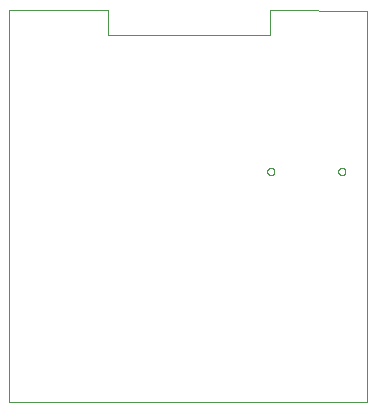
<source format=gbr>
G75*
%MOIN*%
%OFA0B0*%
%FSLAX25Y25*%
%IPPOS*%
%LPD*%
%AMOC8*
5,1,8,0,0,1.08239X$1,22.5*
%
%ADD10C,0.00000*%
D10*
X0020301Y0006600D02*
X0020301Y0137301D01*
X0053301Y0137301D01*
X0053301Y0129100D01*
X0107301Y0129100D01*
X0107301Y0137301D01*
X0139522Y0137001D01*
X0139522Y0006600D01*
X0020301Y0006600D01*
X0106430Y0083500D02*
X0106432Y0083569D01*
X0106438Y0083637D01*
X0106448Y0083705D01*
X0106462Y0083772D01*
X0106480Y0083839D01*
X0106501Y0083904D01*
X0106527Y0083968D01*
X0106556Y0084030D01*
X0106588Y0084090D01*
X0106624Y0084149D01*
X0106664Y0084205D01*
X0106706Y0084259D01*
X0106752Y0084310D01*
X0106801Y0084359D01*
X0106852Y0084405D01*
X0106906Y0084447D01*
X0106962Y0084487D01*
X0107020Y0084523D01*
X0107081Y0084555D01*
X0107143Y0084584D01*
X0107207Y0084610D01*
X0107272Y0084631D01*
X0107339Y0084649D01*
X0107406Y0084663D01*
X0107474Y0084673D01*
X0107542Y0084679D01*
X0107611Y0084681D01*
X0107680Y0084679D01*
X0107748Y0084673D01*
X0107816Y0084663D01*
X0107883Y0084649D01*
X0107950Y0084631D01*
X0108015Y0084610D01*
X0108079Y0084584D01*
X0108141Y0084555D01*
X0108201Y0084523D01*
X0108260Y0084487D01*
X0108316Y0084447D01*
X0108370Y0084405D01*
X0108421Y0084359D01*
X0108470Y0084310D01*
X0108516Y0084259D01*
X0108558Y0084205D01*
X0108598Y0084149D01*
X0108634Y0084090D01*
X0108666Y0084030D01*
X0108695Y0083968D01*
X0108721Y0083904D01*
X0108742Y0083839D01*
X0108760Y0083772D01*
X0108774Y0083705D01*
X0108784Y0083637D01*
X0108790Y0083569D01*
X0108792Y0083500D01*
X0108790Y0083431D01*
X0108784Y0083363D01*
X0108774Y0083295D01*
X0108760Y0083228D01*
X0108742Y0083161D01*
X0108721Y0083096D01*
X0108695Y0083032D01*
X0108666Y0082970D01*
X0108634Y0082909D01*
X0108598Y0082851D01*
X0108558Y0082795D01*
X0108516Y0082741D01*
X0108470Y0082690D01*
X0108421Y0082641D01*
X0108370Y0082595D01*
X0108316Y0082553D01*
X0108260Y0082513D01*
X0108202Y0082477D01*
X0108141Y0082445D01*
X0108079Y0082416D01*
X0108015Y0082390D01*
X0107950Y0082369D01*
X0107883Y0082351D01*
X0107816Y0082337D01*
X0107748Y0082327D01*
X0107680Y0082321D01*
X0107611Y0082319D01*
X0107542Y0082321D01*
X0107474Y0082327D01*
X0107406Y0082337D01*
X0107339Y0082351D01*
X0107272Y0082369D01*
X0107207Y0082390D01*
X0107143Y0082416D01*
X0107081Y0082445D01*
X0107020Y0082477D01*
X0106962Y0082513D01*
X0106906Y0082553D01*
X0106852Y0082595D01*
X0106801Y0082641D01*
X0106752Y0082690D01*
X0106706Y0082741D01*
X0106664Y0082795D01*
X0106624Y0082851D01*
X0106588Y0082909D01*
X0106556Y0082970D01*
X0106527Y0083032D01*
X0106501Y0083096D01*
X0106480Y0083161D01*
X0106462Y0083228D01*
X0106448Y0083295D01*
X0106438Y0083363D01*
X0106432Y0083431D01*
X0106430Y0083500D01*
X0130052Y0083500D02*
X0130054Y0083569D01*
X0130060Y0083637D01*
X0130070Y0083705D01*
X0130084Y0083772D01*
X0130102Y0083839D01*
X0130123Y0083904D01*
X0130149Y0083968D01*
X0130178Y0084030D01*
X0130210Y0084090D01*
X0130246Y0084149D01*
X0130286Y0084205D01*
X0130328Y0084259D01*
X0130374Y0084310D01*
X0130423Y0084359D01*
X0130474Y0084405D01*
X0130528Y0084447D01*
X0130584Y0084487D01*
X0130642Y0084523D01*
X0130703Y0084555D01*
X0130765Y0084584D01*
X0130829Y0084610D01*
X0130894Y0084631D01*
X0130961Y0084649D01*
X0131028Y0084663D01*
X0131096Y0084673D01*
X0131164Y0084679D01*
X0131233Y0084681D01*
X0131302Y0084679D01*
X0131370Y0084673D01*
X0131438Y0084663D01*
X0131505Y0084649D01*
X0131572Y0084631D01*
X0131637Y0084610D01*
X0131701Y0084584D01*
X0131763Y0084555D01*
X0131823Y0084523D01*
X0131882Y0084487D01*
X0131938Y0084447D01*
X0131992Y0084405D01*
X0132043Y0084359D01*
X0132092Y0084310D01*
X0132138Y0084259D01*
X0132180Y0084205D01*
X0132220Y0084149D01*
X0132256Y0084090D01*
X0132288Y0084030D01*
X0132317Y0083968D01*
X0132343Y0083904D01*
X0132364Y0083839D01*
X0132382Y0083772D01*
X0132396Y0083705D01*
X0132406Y0083637D01*
X0132412Y0083569D01*
X0132414Y0083500D01*
X0132412Y0083431D01*
X0132406Y0083363D01*
X0132396Y0083295D01*
X0132382Y0083228D01*
X0132364Y0083161D01*
X0132343Y0083096D01*
X0132317Y0083032D01*
X0132288Y0082970D01*
X0132256Y0082909D01*
X0132220Y0082851D01*
X0132180Y0082795D01*
X0132138Y0082741D01*
X0132092Y0082690D01*
X0132043Y0082641D01*
X0131992Y0082595D01*
X0131938Y0082553D01*
X0131882Y0082513D01*
X0131824Y0082477D01*
X0131763Y0082445D01*
X0131701Y0082416D01*
X0131637Y0082390D01*
X0131572Y0082369D01*
X0131505Y0082351D01*
X0131438Y0082337D01*
X0131370Y0082327D01*
X0131302Y0082321D01*
X0131233Y0082319D01*
X0131164Y0082321D01*
X0131096Y0082327D01*
X0131028Y0082337D01*
X0130961Y0082351D01*
X0130894Y0082369D01*
X0130829Y0082390D01*
X0130765Y0082416D01*
X0130703Y0082445D01*
X0130642Y0082477D01*
X0130584Y0082513D01*
X0130528Y0082553D01*
X0130474Y0082595D01*
X0130423Y0082641D01*
X0130374Y0082690D01*
X0130328Y0082741D01*
X0130286Y0082795D01*
X0130246Y0082851D01*
X0130210Y0082909D01*
X0130178Y0082970D01*
X0130149Y0083032D01*
X0130123Y0083096D01*
X0130102Y0083161D01*
X0130084Y0083228D01*
X0130070Y0083295D01*
X0130060Y0083363D01*
X0130054Y0083431D01*
X0130052Y0083500D01*
M02*

</source>
